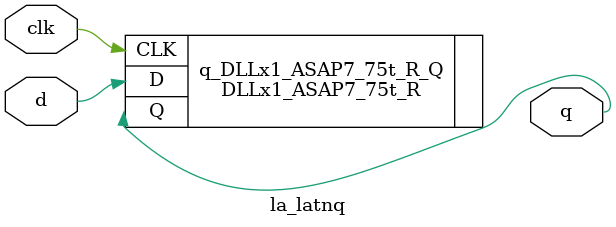
<source format=v>
/* Generated by Yosys 0.37 (git sha1 a5c7f69ed, clang 14.0.0-1ubuntu1.1 -fPIC -Os) */

module la_latnq(d, clk, q);
  input clk;
  wire clk;
  input d;
  wire d;
  output q;
  wire q;
  DLLx1_ASAP7_75t_R q_DLLx1_ASAP7_75t_R_Q (
    .CLK(clk),
    .D(d),
    .Q(q)
  );
endmodule

</source>
